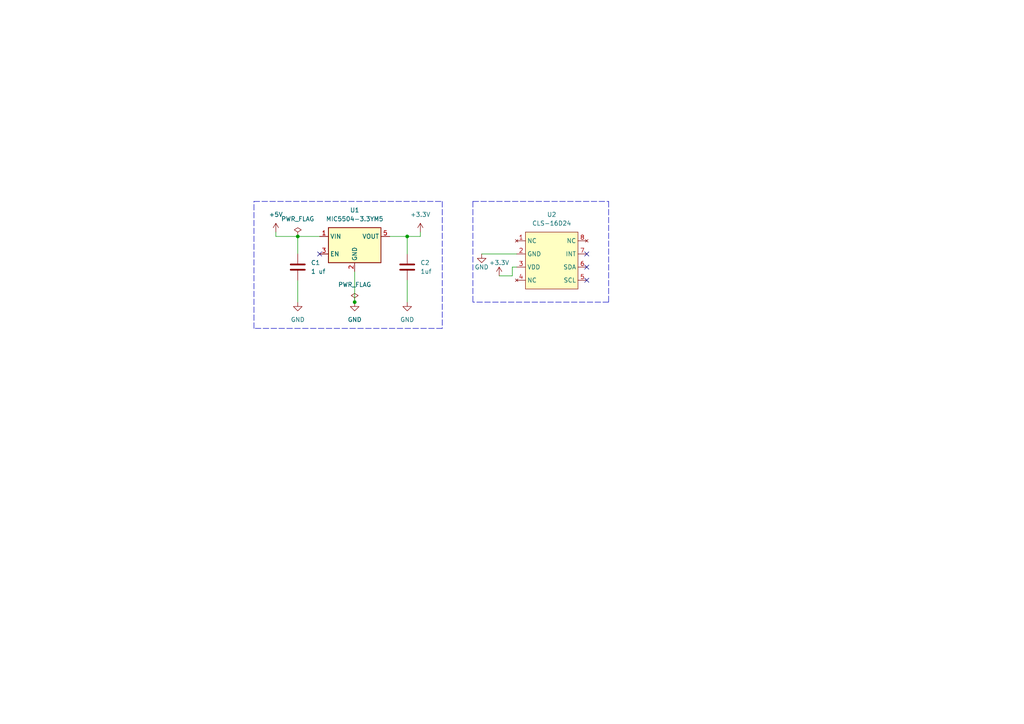
<source format=kicad_sch>
(kicad_sch (version 20211123) (generator eeschema)

  (uuid 8928ec99-ca64-4378-9296-deb6dead1bb7)

  (paper "A4")

  (lib_symbols
    (symbol "Device:C" (pin_numbers hide) (pin_names (offset 0.254)) (in_bom yes) (on_board yes)
      (property "Reference" "C" (id 0) (at 0.635 2.54 0)
        (effects (font (size 1.27 1.27)) (justify left))
      )
      (property "Value" "C" (id 1) (at 0.635 -2.54 0)
        (effects (font (size 1.27 1.27)) (justify left))
      )
      (property "Footprint" "" (id 2) (at 0.9652 -3.81 0)
        (effects (font (size 1.27 1.27)) hide)
      )
      (property "Datasheet" "~" (id 3) (at 0 0 0)
        (effects (font (size 1.27 1.27)) hide)
      )
      (property "ki_keywords" "cap capacitor" (id 4) (at 0 0 0)
        (effects (font (size 1.27 1.27)) hide)
      )
      (property "ki_description" "Unpolarized capacitor" (id 5) (at 0 0 0)
        (effects (font (size 1.27 1.27)) hide)
      )
      (property "ki_fp_filters" "C_*" (id 6) (at 0 0 0)
        (effects (font (size 1.27 1.27)) hide)
      )
      (symbol "C_0_1"
        (polyline
          (pts
            (xy -2.032 -0.762)
            (xy 2.032 -0.762)
          )
          (stroke (width 0.508) (type default) (color 0 0 0 0))
          (fill (type none))
        )
        (polyline
          (pts
            (xy -2.032 0.762)
            (xy 2.032 0.762)
          )
          (stroke (width 0.508) (type default) (color 0 0 0 0))
          (fill (type none))
        )
      )
      (symbol "C_1_1"
        (pin passive line (at 0 3.81 270) (length 2.794)
          (name "~" (effects (font (size 1.27 1.27))))
          (number "1" (effects (font (size 1.27 1.27))))
        )
        (pin passive line (at 0 -3.81 90) (length 2.794)
          (name "~" (effects (font (size 1.27 1.27))))
          (number "2" (effects (font (size 1.27 1.27))))
        )
      )
    )
    (symbol "RGBWColorSensor:CLS-16D24" (in_bom yes) (on_board yes)
      (property "Reference" "U" (id 0) (at 1.27 -8.89 0)
        (effects (font (size 1.27 1.27)))
      )
      (property "Value" "CLS-16D24" (id 1) (at 1.27 -3.81 0)
        (effects (font (size 1.27 1.27)))
      )
      (property "Footprint" "" (id 2) (at 0 0 0)
        (effects (font (size 1.27 1.27)) hide)
      )
      (property "Datasheet" "" (id 3) (at 0 0 0)
        (effects (font (size 1.27 1.27)) hide)
      )
      (symbol "CLS-16D24_0_1"
        (rectangle (start -6.35 0) (end 8.89 -16.51)
          (stroke (width 0) (type default) (color 0 0 0 0))
          (fill (type background))
        )
      )
      (symbol "CLS-16D24_1_1"
        (pin no_connect line (at -8.89 -2.54 0) (length 2.54)
          (name "NC" (effects (font (size 1.27 1.27))))
          (number "1" (effects (font (size 1.27 1.27))))
        )
        (pin power_in line (at -8.89 -6.35 0) (length 2.54)
          (name "GND" (effects (font (size 1.27 1.27))))
          (number "2" (effects (font (size 1.27 1.27))))
        )
        (pin power_in line (at -8.89 -10.16 0) (length 2.54)
          (name "VDD" (effects (font (size 1.27 1.27))))
          (number "3" (effects (font (size 1.27 1.27))))
        )
        (pin no_connect line (at -8.89 -13.97 0) (length 2.54)
          (name "NC" (effects (font (size 1.27 1.27))))
          (number "4" (effects (font (size 1.27 1.27))))
        )
        (pin input line (at 11.43 -13.97 180) (length 2.54)
          (name "SCL" (effects (font (size 1.27 1.27))))
          (number "5" (effects (font (size 1.27 1.27))))
        )
        (pin bidirectional line (at 11.43 -10.16 180) (length 2.54)
          (name "SDA" (effects (font (size 1.27 1.27))))
          (number "6" (effects (font (size 1.27 1.27))))
        )
        (pin output line (at 11.43 -6.35 180) (length 2.54)
          (name "INT" (effects (font (size 1.27 1.27))))
          (number "7" (effects (font (size 1.27 1.27))))
        )
        (pin no_connect line (at 11.43 -2.54 180) (length 2.54)
          (name "NC" (effects (font (size 1.27 1.27))))
          (number "8" (effects (font (size 1.27 1.27))))
        )
      )
    )
    (symbol "Regulator_Linear:MIC5504-3.3YM5" (in_bom yes) (on_board yes)
      (property "Reference" "U" (id 0) (at -7.62 8.89 0)
        (effects (font (size 1.27 1.27)) (justify left))
      )
      (property "Value" "MIC5504-3.3YM5" (id 1) (at -7.62 6.35 0)
        (effects (font (size 1.27 1.27)) (justify left))
      )
      (property "Footprint" "Package_TO_SOT_SMD:SOT-23-5" (id 2) (at 0 -10.16 0)
        (effects (font (size 1.27 1.27)) hide)
      )
      (property "Datasheet" "http://ww1.microchip.com/downloads/en/DeviceDoc/MIC550X.pdf" (id 3) (at -6.35 6.35 0)
        (effects (font (size 1.27 1.27)) hide)
      )
      (property "ki_keywords" "Micrel LDO voltage regulator" (id 4) (at 0 0 0)
        (effects (font (size 1.27 1.27)) hide)
      )
      (property "ki_description" "300mA Low-dropout Voltage Regulator, Vout 3.3V, Vin up to 5.5V, SOT-23" (id 5) (at 0 0 0)
        (effects (font (size 1.27 1.27)) hide)
      )
      (property "ki_fp_filters" "SOT?23?5*" (id 6) (at 0 0 0)
        (effects (font (size 1.27 1.27)) hide)
      )
      (symbol "MIC5504-3.3YM5_0_1"
        (rectangle (start -7.62 -5.08) (end 7.62 5.08)
          (stroke (width 0.254) (type default) (color 0 0 0 0))
          (fill (type background))
        )
      )
      (symbol "MIC5504-3.3YM5_1_1"
        (pin power_in line (at -10.16 2.54 0) (length 2.54)
          (name "VIN" (effects (font (size 1.27 1.27))))
          (number "1" (effects (font (size 1.27 1.27))))
        )
        (pin power_in line (at 0 -7.62 90) (length 2.54)
          (name "GND" (effects (font (size 1.27 1.27))))
          (number "2" (effects (font (size 1.27 1.27))))
        )
        (pin input line (at -10.16 -2.54 0) (length 2.54)
          (name "EN" (effects (font (size 1.27 1.27))))
          (number "3" (effects (font (size 1.27 1.27))))
        )
        (pin no_connect line (at 7.62 -2.54 180) (length 2.54) hide
          (name "NC" (effects (font (size 1.27 1.27))))
          (number "4" (effects (font (size 1.27 1.27))))
        )
        (pin power_out line (at 10.16 2.54 180) (length 2.54)
          (name "VOUT" (effects (font (size 1.27 1.27))))
          (number "5" (effects (font (size 1.27 1.27))))
        )
      )
    )
    (symbol "power:+3.3V" (power) (pin_names (offset 0)) (in_bom yes) (on_board yes)
      (property "Reference" "#PWR" (id 0) (at 0 -3.81 0)
        (effects (font (size 1.27 1.27)) hide)
      )
      (property "Value" "+3.3V" (id 1) (at 0 3.556 0)
        (effects (font (size 1.27 1.27)))
      )
      (property "Footprint" "" (id 2) (at 0 0 0)
        (effects (font (size 1.27 1.27)) hide)
      )
      (property "Datasheet" "" (id 3) (at 0 0 0)
        (effects (font (size 1.27 1.27)) hide)
      )
      (property "ki_keywords" "global power" (id 4) (at 0 0 0)
        (effects (font (size 1.27 1.27)) hide)
      )
      (property "ki_description" "Power symbol creates a global label with name \"+3.3V\"" (id 5) (at 0 0 0)
        (effects (font (size 1.27 1.27)) hide)
      )
      (symbol "+3.3V_0_1"
        (polyline
          (pts
            (xy -0.762 1.27)
            (xy 0 2.54)
          )
          (stroke (width 0) (type default) (color 0 0 0 0))
          (fill (type none))
        )
        (polyline
          (pts
            (xy 0 0)
            (xy 0 2.54)
          )
          (stroke (width 0) (type default) (color 0 0 0 0))
          (fill (type none))
        )
        (polyline
          (pts
            (xy 0 2.54)
            (xy 0.762 1.27)
          )
          (stroke (width 0) (type default) (color 0 0 0 0))
          (fill (type none))
        )
      )
      (symbol "+3.3V_1_1"
        (pin power_in line (at 0 0 90) (length 0) hide
          (name "+3.3V" (effects (font (size 1.27 1.27))))
          (number "1" (effects (font (size 1.27 1.27))))
        )
      )
    )
    (symbol "power:+5V" (power) (pin_names (offset 0)) (in_bom yes) (on_board yes)
      (property "Reference" "#PWR" (id 0) (at 0 -3.81 0)
        (effects (font (size 1.27 1.27)) hide)
      )
      (property "Value" "+5V" (id 1) (at 0 3.556 0)
        (effects (font (size 1.27 1.27)))
      )
      (property "Footprint" "" (id 2) (at 0 0 0)
        (effects (font (size 1.27 1.27)) hide)
      )
      (property "Datasheet" "" (id 3) (at 0 0 0)
        (effects (font (size 1.27 1.27)) hide)
      )
      (property "ki_keywords" "global power" (id 4) (at 0 0 0)
        (effects (font (size 1.27 1.27)) hide)
      )
      (property "ki_description" "Power symbol creates a global label with name \"+5V\"" (id 5) (at 0 0 0)
        (effects (font (size 1.27 1.27)) hide)
      )
      (symbol "+5V_0_1"
        (polyline
          (pts
            (xy -0.762 1.27)
            (xy 0 2.54)
          )
          (stroke (width 0) (type default) (color 0 0 0 0))
          (fill (type none))
        )
        (polyline
          (pts
            (xy 0 0)
            (xy 0 2.54)
          )
          (stroke (width 0) (type default) (color 0 0 0 0))
          (fill (type none))
        )
        (polyline
          (pts
            (xy 0 2.54)
            (xy 0.762 1.27)
          )
          (stroke (width 0) (type default) (color 0 0 0 0))
          (fill (type none))
        )
      )
      (symbol "+5V_1_1"
        (pin power_in line (at 0 0 90) (length 0) hide
          (name "+5V" (effects (font (size 1.27 1.27))))
          (number "1" (effects (font (size 1.27 1.27))))
        )
      )
    )
    (symbol "power:GND" (power) (pin_names (offset 0)) (in_bom yes) (on_board yes)
      (property "Reference" "#PWR" (id 0) (at 0 -6.35 0)
        (effects (font (size 1.27 1.27)) hide)
      )
      (property "Value" "GND" (id 1) (at 0 -3.81 0)
        (effects (font (size 1.27 1.27)))
      )
      (property "Footprint" "" (id 2) (at 0 0 0)
        (effects (font (size 1.27 1.27)) hide)
      )
      (property "Datasheet" "" (id 3) (at 0 0 0)
        (effects (font (size 1.27 1.27)) hide)
      )
      (property "ki_keywords" "global power" (id 4) (at 0 0 0)
        (effects (font (size 1.27 1.27)) hide)
      )
      (property "ki_description" "Power symbol creates a global label with name \"GND\" , ground" (id 5) (at 0 0 0)
        (effects (font (size 1.27 1.27)) hide)
      )
      (symbol "GND_0_1"
        (polyline
          (pts
            (xy 0 0)
            (xy 0 -1.27)
            (xy 1.27 -1.27)
            (xy 0 -2.54)
            (xy -1.27 -1.27)
            (xy 0 -1.27)
          )
          (stroke (width 0) (type default) (color 0 0 0 0))
          (fill (type none))
        )
      )
      (symbol "GND_1_1"
        (pin power_in line (at 0 0 270) (length 0) hide
          (name "GND" (effects (font (size 1.27 1.27))))
          (number "1" (effects (font (size 1.27 1.27))))
        )
      )
    )
    (symbol "power:PWR_FLAG" (power) (pin_numbers hide) (pin_names (offset 0) hide) (in_bom yes) (on_board yes)
      (property "Reference" "#FLG" (id 0) (at 0 1.905 0)
        (effects (font (size 1.27 1.27)) hide)
      )
      (property "Value" "PWR_FLAG" (id 1) (at 0 3.81 0)
        (effects (font (size 1.27 1.27)))
      )
      (property "Footprint" "" (id 2) (at 0 0 0)
        (effects (font (size 1.27 1.27)) hide)
      )
      (property "Datasheet" "~" (id 3) (at 0 0 0)
        (effects (font (size 1.27 1.27)) hide)
      )
      (property "ki_keywords" "flag power" (id 4) (at 0 0 0)
        (effects (font (size 1.27 1.27)) hide)
      )
      (property "ki_description" "Special symbol for telling ERC where power comes from" (id 5) (at 0 0 0)
        (effects (font (size 1.27 1.27)) hide)
      )
      (symbol "PWR_FLAG_0_0"
        (pin power_out line (at 0 0 90) (length 0)
          (name "pwr" (effects (font (size 1.27 1.27))))
          (number "1" (effects (font (size 1.27 1.27))))
        )
      )
      (symbol "PWR_FLAG_0_1"
        (polyline
          (pts
            (xy 0 0)
            (xy 0 1.27)
            (xy -1.016 1.905)
            (xy 0 2.54)
            (xy 1.016 1.905)
            (xy 0 1.27)
          )
          (stroke (width 0) (type default) (color 0 0 0 0))
          (fill (type none))
        )
      )
    )
  )

  (junction (at 86.36 68.58) (diameter 0) (color 0 0 0 0)
    (uuid 1b83aa50-f779-446d-9fc5-cb4f08e42050)
  )
  (junction (at 102.87 87.63) (diameter 0) (color 0 0 0 0)
    (uuid 2b800b35-9a41-4ec1-908b-daa7ee29c883)
  )
  (junction (at 118.11 68.58) (diameter 0) (color 0 0 0 0)
    (uuid ac7d850a-afea-48e2-9ab7-a1bdace05de9)
  )

  (no_connect (at 170.18 77.47) (uuid 7be5b6fd-8693-42d9-9d4f-af6d2142bb0a))
  (no_connect (at 170.18 81.28) (uuid 8f1f84a2-8c77-48ce-9220-0df0bd241398))
  (no_connect (at 92.71 73.66) (uuid b5c2af08-330a-4ae2-9bdc-26ae5676295e))
  (no_connect (at 170.18 73.66) (uuid c82f1e8b-6652-439c-9023-c56bf879a892))

  (polyline (pts (xy 73.66 95.25) (xy 73.66 58.42))
    (stroke (width 0) (type default) (color 0 0 0 0))
    (uuid 0aecfd0b-1f49-4f2a-8d27-313f47e3b52e)
  )

  (wire (pts (xy 148.59 77.47) (xy 149.86 77.47))
    (stroke (width 0) (type default) (color 0 0 0 0))
    (uuid 1e1715ba-61d5-42fd-a05d-62d5a2d0c976)
  )
  (polyline (pts (xy 128.27 95.25) (xy 73.66 95.25))
    (stroke (width 0) (type default) (color 0 0 0 0))
    (uuid 35b89ca5-61ee-4f8e-97ad-0eafeae1d5bf)
  )

  (wire (pts (xy 148.59 77.47) (xy 148.59 80.01))
    (stroke (width 0) (type default) (color 0 0 0 0))
    (uuid 3cfe9ae9-a4aa-4226-95f3-b058c4d3befb)
  )
  (wire (pts (xy 118.11 68.58) (xy 113.03 68.58))
    (stroke (width 0) (type default) (color 0 0 0 0))
    (uuid 45ecbf3b-9e2d-43ee-ab0e-ab034f941c0e)
  )
  (wire (pts (xy 118.11 68.58) (xy 118.11 73.66))
    (stroke (width 0) (type default) (color 0 0 0 0))
    (uuid 4a7a4b3d-9f4a-4962-9d62-27ec52d5696c)
  )
  (wire (pts (xy 86.36 68.58) (xy 92.71 68.58))
    (stroke (width 0) (type default) (color 0 0 0 0))
    (uuid 5014ab19-00f5-486f-a44d-22e20d187694)
  )
  (wire (pts (xy 102.87 78.74) (xy 102.87 87.63))
    (stroke (width 0) (type default) (color 0 0 0 0))
    (uuid 5a9742a9-930a-42e7-b193-176fc45675f4)
  )
  (wire (pts (xy 86.36 81.28) (xy 86.36 87.63))
    (stroke (width 0) (type default) (color 0 0 0 0))
    (uuid 5ef2e045-e6d4-4243-a4b8-08c54d6bf77b)
  )
  (wire (pts (xy 139.7 73.66) (xy 149.86 73.66))
    (stroke (width 0) (type default) (color 0 0 0 0))
    (uuid 65acda71-4560-416c-8db5-49020180e8ff)
  )
  (polyline (pts (xy 128.27 58.42) (xy 128.27 95.25))
    (stroke (width 0) (type default) (color 0 0 0 0))
    (uuid 7262b74e-3b85-4080-a255-e9ac334a986c)
  )

  (wire (pts (xy 118.11 81.28) (xy 118.11 87.63))
    (stroke (width 0) (type default) (color 0 0 0 0))
    (uuid 74665369-0c23-4683-a3a5-a7843ad479e7)
  )
  (wire (pts (xy 80.01 68.58) (xy 86.36 68.58))
    (stroke (width 0) (type default) (color 0 0 0 0))
    (uuid 78a88d7c-5a88-403d-bb89-bd586df10abc)
  )
  (polyline (pts (xy 137.16 58.42) (xy 176.53 58.42))
    (stroke (width 0) (type default) (color 0 0 0 0))
    (uuid 84fea183-dd2e-4c2b-b1d0-5b25e2c0f846)
  )
  (polyline (pts (xy 176.53 87.63) (xy 137.16 87.63))
    (stroke (width 0) (type default) (color 0 0 0 0))
    (uuid 88ad19b8-c904-4319-b03b-56a6bb695012)
  )

  (wire (pts (xy 80.01 67.31) (xy 80.01 68.58))
    (stroke (width 0) (type default) (color 0 0 0 0))
    (uuid 8d067581-406b-447e-b42e-a4736326be31)
  )
  (wire (pts (xy 121.92 67.31) (xy 121.92 68.58))
    (stroke (width 0) (type default) (color 0 0 0 0))
    (uuid 8e793da0-e983-4a35-b835-6bb413cd78cc)
  )
  (polyline (pts (xy 73.66 58.42) (xy 128.27 58.42))
    (stroke (width 0) (type default) (color 0 0 0 0))
    (uuid 949853ab-9ba9-4098-a52e-7fd9f56293f0)
  )

  (wire (pts (xy 86.36 68.58) (xy 86.36 73.66))
    (stroke (width 0) (type default) (color 0 0 0 0))
    (uuid 98e69e38-4b61-471c-a7e2-cab2befad60c)
  )
  (wire (pts (xy 148.59 80.01) (xy 144.78 80.01))
    (stroke (width 0) (type default) (color 0 0 0 0))
    (uuid b8b246af-0348-4b55-a284-1bb694c2fe5d)
  )
  (wire (pts (xy 121.92 68.58) (xy 118.11 68.58))
    (stroke (width 0) (type default) (color 0 0 0 0))
    (uuid de96f9ad-165c-41de-9c10-5062997dfead)
  )
  (polyline (pts (xy 176.53 58.42) (xy 176.53 87.63))
    (stroke (width 0) (type default) (color 0 0 0 0))
    (uuid e4410095-7e98-461d-90dc-89f456aeb6ca)
  )
  (polyline (pts (xy 137.16 58.42) (xy 137.16 87.63))
    (stroke (width 0) (type default) (color 0 0 0 0))
    (uuid e8bd29ef-cb01-4d98-875e-1e8b57dfd01c)
  )

  (symbol (lib_id "power:GND") (at 139.7 73.66 0) (unit 1)
    (in_bom yes) (on_board yes)
    (uuid 119f66f3-26d9-4e77-8280-e368eb9e07d7)
    (property "Reference" "#PWR0103" (id 0) (at 139.7 80.01 0)
      (effects (font (size 1.27 1.27)) hide)
    )
    (property "Value" "GND" (id 1) (at 139.7 77.47 0))
    (property "Footprint" "" (id 2) (at 139.7 73.66 0)
      (effects (font (size 1.27 1.27)) hide)
    )
    (property "Datasheet" "" (id 3) (at 139.7 73.66 0)
      (effects (font (size 1.27 1.27)) hide)
    )
    (pin "1" (uuid 124e2ae4-33e0-46ab-ab8d-d69f92dc2090))
  )

  (symbol (lib_id "power:+3.3V") (at 144.78 80.01 0) (unit 1)
    (in_bom yes) (on_board yes)
    (uuid 17727316-afa2-4164-93db-a513475ec97a)
    (property "Reference" "#PWR0104" (id 0) (at 144.78 83.82 0)
      (effects (font (size 1.27 1.27)) hide)
    )
    (property "Value" "+3.3V" (id 1) (at 144.78 76.2 0))
    (property "Footprint" "" (id 2) (at 144.78 80.01 0)
      (effects (font (size 1.27 1.27)) hide)
    )
    (property "Datasheet" "" (id 3) (at 144.78 80.01 0)
      (effects (font (size 1.27 1.27)) hide)
    )
    (pin "1" (uuid 71bbc25f-863b-4406-94dc-dbc7ea513f34))
  )

  (symbol (lib_id "power:GND") (at 118.11 87.63 0) (unit 1)
    (in_bom yes) (on_board yes) (fields_autoplaced)
    (uuid 2b0143ef-7197-4a6e-8928-022001a68fb5)
    (property "Reference" "#PWR0107" (id 0) (at 118.11 93.98 0)
      (effects (font (size 1.27 1.27)) hide)
    )
    (property "Value" "GND" (id 1) (at 118.11 92.71 0))
    (property "Footprint" "" (id 2) (at 118.11 87.63 0)
      (effects (font (size 1.27 1.27)) hide)
    )
    (property "Datasheet" "" (id 3) (at 118.11 87.63 0)
      (effects (font (size 1.27 1.27)) hide)
    )
    (pin "1" (uuid e00282b1-c049-4f3d-ab26-6914ad540f3b))
  )

  (symbol (lib_id "RGBWColorSensor:CLS-16D24") (at 158.75 67.31 0) (unit 1)
    (in_bom yes) (on_board yes) (fields_autoplaced)
    (uuid 2fcfa2af-155b-45f3-bc00-d5cc2fc8c6d0)
    (property "Reference" "U2" (id 0) (at 160.02 62.23 0))
    (property "Value" "CLS-16D24" (id 1) (at 160.02 64.77 0))
    (property "Footprint" "" (id 2) (at 158.75 67.31 0)
      (effects (font (size 1.27 1.27)) hide)
    )
    (property "Datasheet" "" (id 3) (at 158.75 67.31 0)
      (effects (font (size 1.27 1.27)) hide)
    )
    (pin "1" (uuid 4ca42a7c-5439-4d37-9307-477248ceb67c))
    (pin "2" (uuid c4954ba7-5b82-4770-83a1-a302bd7734d9))
    (pin "3" (uuid 4e7bf6d2-a501-45f4-bed6-75e44e650147))
    (pin "4" (uuid 9d9063e8-96c5-45cf-9026-954068a3a17a))
    (pin "5" (uuid 7e6c2bb0-6262-415b-beff-9e14512691bc))
    (pin "6" (uuid 07d67f31-3386-4051-b2b8-0f4cf4bd48a8))
    (pin "7" (uuid b67a0b44-c663-4b97-a771-93c0c6463294))
    (pin "8" (uuid af5d76d2-81be-46c8-991f-45177e46eb25))
  )

  (symbol (lib_id "power:GND") (at 86.36 87.63 0) (unit 1)
    (in_bom yes) (on_board yes) (fields_autoplaced)
    (uuid 336b2960-45e5-4570-aae0-7d2ce4b1bf60)
    (property "Reference" "#PWR0102" (id 0) (at 86.36 93.98 0)
      (effects (font (size 1.27 1.27)) hide)
    )
    (property "Value" "GND" (id 1) (at 86.36 92.71 0))
    (property "Footprint" "" (id 2) (at 86.36 87.63 0)
      (effects (font (size 1.27 1.27)) hide)
    )
    (property "Datasheet" "" (id 3) (at 86.36 87.63 0)
      (effects (font (size 1.27 1.27)) hide)
    )
    (pin "1" (uuid 06795b81-6e05-40bd-b3df-a20fb682c357))
  )

  (symbol (lib_id "Device:C") (at 86.36 77.47 0) (unit 1)
    (in_bom yes) (on_board yes) (fields_autoplaced)
    (uuid 636d0948-da70-4441-9356-77f0ab3b5c92)
    (property "Reference" "C1" (id 0) (at 90.17 76.1999 0)
      (effects (font (size 1.27 1.27)) (justify left))
    )
    (property "Value" "1 uf" (id 1) (at 90.17 78.7399 0)
      (effects (font (size 1.27 1.27)) (justify left))
    )
    (property "Footprint" "" (id 2) (at 87.3252 81.28 0)
      (effects (font (size 1.27 1.27)) hide)
    )
    (property "Datasheet" "~" (id 3) (at 86.36 77.47 0)
      (effects (font (size 1.27 1.27)) hide)
    )
    (pin "1" (uuid e8eefd20-2cc4-4a4c-942e-883cf4aac565))
    (pin "2" (uuid 97df9a98-fa3d-489f-a85e-f6bce7fda8fa))
  )

  (symbol (lib_id "power:GND") (at 102.87 87.63 0) (unit 1)
    (in_bom yes) (on_board yes) (fields_autoplaced)
    (uuid 7489f182-9e51-42bd-96ef-6e96a1a6a9db)
    (property "Reference" "#PWR0106" (id 0) (at 102.87 93.98 0)
      (effects (font (size 1.27 1.27)) hide)
    )
    (property "Value" "GND" (id 1) (at 102.87 92.71 0))
    (property "Footprint" "" (id 2) (at 102.87 87.63 0)
      (effects (font (size 1.27 1.27)) hide)
    )
    (property "Datasheet" "" (id 3) (at 102.87 87.63 0)
      (effects (font (size 1.27 1.27)) hide)
    )
    (pin "1" (uuid 99f49228-6a70-4972-94b6-b9e1064110c5))
  )

  (symbol (lib_id "Regulator_Linear:MIC5504-3.3YM5") (at 102.87 71.12 0) (unit 1)
    (in_bom yes) (on_board yes) (fields_autoplaced)
    (uuid 7e0cb309-69f9-4f5a-b5b7-2853dd55868a)
    (property "Reference" "U1" (id 0) (at 102.87 60.96 0))
    (property "Value" "MIC5504-3.3YM5" (id 1) (at 102.87 63.5 0))
    (property "Footprint" "Package_TO_SOT_SMD:SOT-23-5" (id 2) (at 102.87 81.28 0)
      (effects (font (size 1.27 1.27)) hide)
    )
    (property "Datasheet" "http://ww1.microchip.com/downloads/en/DeviceDoc/MIC550X.pdf" (id 3) (at 96.52 64.77 0)
      (effects (font (size 1.27 1.27)) hide)
    )
    (pin "1" (uuid c25b1a9f-9f32-44f1-9f2d-c7bb8bea62cf))
    (pin "2" (uuid 3d324a97-1900-417e-8037-402d0d7075ac))
    (pin "3" (uuid 06dc63c7-bc33-4856-85ef-b4fc9902da44))
    (pin "4" (uuid 08e9134a-bf54-43ca-b23b-233adb12d000))
    (pin "5" (uuid bf95fc66-dfc7-474f-973a-b4496852ba45))
  )

  (symbol (lib_id "power:+5V") (at 80.01 67.31 0) (unit 1)
    (in_bom yes) (on_board yes) (fields_autoplaced)
    (uuid 8e30e003-06dc-40e1-8098-5ae64ada74a2)
    (property "Reference" "#PWR0105" (id 0) (at 80.01 71.12 0)
      (effects (font (size 1.27 1.27)) hide)
    )
    (property "Value" "+5V" (id 1) (at 80.01 62.23 0))
    (property "Footprint" "" (id 2) (at 80.01 67.31 0)
      (effects (font (size 1.27 1.27)) hide)
    )
    (property "Datasheet" "" (id 3) (at 80.01 67.31 0)
      (effects (font (size 1.27 1.27)) hide)
    )
    (pin "1" (uuid 64d1c2c2-cd53-4940-a5ef-db8fa84cd8e9))
  )

  (symbol (lib_id "Device:C") (at 118.11 77.47 0) (unit 1)
    (in_bom yes) (on_board yes) (fields_autoplaced)
    (uuid b2a772a2-56ca-4842-aeec-a5c4d2bcaeec)
    (property "Reference" "C2" (id 0) (at 121.92 76.1999 0)
      (effects (font (size 1.27 1.27)) (justify left))
    )
    (property "Value" "1uf" (id 1) (at 121.92 78.7399 0)
      (effects (font (size 1.27 1.27)) (justify left))
    )
    (property "Footprint" "" (id 2) (at 119.0752 81.28 0)
      (effects (font (size 1.27 1.27)) hide)
    )
    (property "Datasheet" "~" (id 3) (at 118.11 77.47 0)
      (effects (font (size 1.27 1.27)) hide)
    )
    (pin "1" (uuid 89c75c34-daae-4629-b96d-2e4927363b12))
    (pin "2" (uuid b0b4a66e-f457-4ace-a362-4ec9df3a2894))
  )

  (symbol (lib_id "power:PWR_FLAG") (at 102.87 87.63 0) (unit 1)
    (in_bom yes) (on_board yes) (fields_autoplaced)
    (uuid ba83d540-1f87-4835-b5f2-fe09e779523a)
    (property "Reference" "#FLG0102" (id 0) (at 102.87 85.725 0)
      (effects (font (size 1.27 1.27)) hide)
    )
    (property "Value" "PWR_FLAG" (id 1) (at 102.87 82.55 0))
    (property "Footprint" "" (id 2) (at 102.87 87.63 0)
      (effects (font (size 1.27 1.27)) hide)
    )
    (property "Datasheet" "~" (id 3) (at 102.87 87.63 0)
      (effects (font (size 1.27 1.27)) hide)
    )
    (pin "1" (uuid 0268adb3-e198-4700-b327-378394e40574))
  )

  (symbol (lib_id "power:PWR_FLAG") (at 86.36 68.58 0) (unit 1)
    (in_bom yes) (on_board yes) (fields_autoplaced)
    (uuid d83c9c78-f4de-4a9d-8953-e3ac077caf2a)
    (property "Reference" "#FLG0101" (id 0) (at 86.36 66.675 0)
      (effects (font (size 1.27 1.27)) hide)
    )
    (property "Value" "PWR_FLAG" (id 1) (at 86.36 63.5 0))
    (property "Footprint" "" (id 2) (at 86.36 68.58 0)
      (effects (font (size 1.27 1.27)) hide)
    )
    (property "Datasheet" "~" (id 3) (at 86.36 68.58 0)
      (effects (font (size 1.27 1.27)) hide)
    )
    (pin "1" (uuid 2c32e876-ef5b-4753-90b7-116c5f2efcb7))
  )

  (symbol (lib_id "power:+3.3V") (at 121.92 67.31 0) (unit 1)
    (in_bom yes) (on_board yes) (fields_autoplaced)
    (uuid fab3438c-afc8-4102-9457-2abe872ab35a)
    (property "Reference" "#PWR0101" (id 0) (at 121.92 71.12 0)
      (effects (font (size 1.27 1.27)) hide)
    )
    (property "Value" "+3.3V" (id 1) (at 121.92 62.23 0))
    (property "Footprint" "" (id 2) (at 121.92 67.31 0)
      (effects (font (size 1.27 1.27)) hide)
    )
    (property "Datasheet" "" (id 3) (at 121.92 67.31 0)
      (effects (font (size 1.27 1.27)) hide)
    )
    (pin "1" (uuid 57c9f1f1-74cb-4e3b-b68e-5621fa282670))
  )

  (sheet_instances
    (path "/" (page "1"))
  )

  (symbol_instances
    (path "/d83c9c78-f4de-4a9d-8953-e3ac077caf2a"
      (reference "#FLG0101") (unit 1) (value "PWR_FLAG") (footprint "")
    )
    (path "/ba83d540-1f87-4835-b5f2-fe09e779523a"
      (reference "#FLG0102") (unit 1) (value "PWR_FLAG") (footprint "")
    )
    (path "/fab3438c-afc8-4102-9457-2abe872ab35a"
      (reference "#PWR0101") (unit 1) (value "+3.3V") (footprint "")
    )
    (path "/336b2960-45e5-4570-aae0-7d2ce4b1bf60"
      (reference "#PWR0102") (unit 1) (value "GND") (footprint "")
    )
    (path "/119f66f3-26d9-4e77-8280-e368eb9e07d7"
      (reference "#PWR0103") (unit 1) (value "GND") (footprint "")
    )
    (path "/17727316-afa2-4164-93db-a513475ec97a"
      (reference "#PWR0104") (unit 1) (value "+3.3V") (footprint "")
    )
    (path "/8e30e003-06dc-40e1-8098-5ae64ada74a2"
      (reference "#PWR0105") (unit 1) (value "+5V") (footprint "")
    )
    (path "/7489f182-9e51-42bd-96ef-6e96a1a6a9db"
      (reference "#PWR0106") (unit 1) (value "GND") (footprint "")
    )
    (path "/2b0143ef-7197-4a6e-8928-022001a68fb5"
      (reference "#PWR0107") (unit 1) (value "GND") (footprint "")
    )
    (path "/636d0948-da70-4441-9356-77f0ab3b5c92"
      (reference "C1") (unit 1) (value "1 uf") (footprint "")
    )
    (path "/b2a772a2-56ca-4842-aeec-a5c4d2bcaeec"
      (reference "C2") (unit 1) (value "1uf") (footprint "")
    )
    (path "/7e0cb309-69f9-4f5a-b5b7-2853dd55868a"
      (reference "U1") (unit 1) (value "MIC5504-3.3YM5") (footprint "Package_TO_SOT_SMD:SOT-23-5")
    )
    (path "/2fcfa2af-155b-45f3-bc00-d5cc2fc8c6d0"
      (reference "U2") (unit 1) (value "CLS-16D24") (footprint "")
    )
  )
)

</source>
